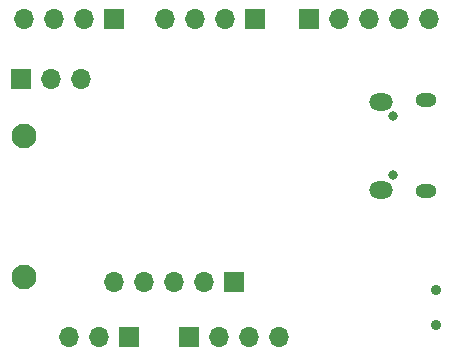
<source format=gbr>
%TF.GenerationSoftware,KiCad,Pcbnew,7.0.1-0*%
%TF.CreationDate,2023-10-24T00:04:38+02:00*%
%TF.ProjectId,SMT-32,534d542d-3332-42e6-9b69-6361645f7063,rev?*%
%TF.SameCoordinates,Original*%
%TF.FileFunction,Soldermask,Bot*%
%TF.FilePolarity,Negative*%
%FSLAX46Y46*%
G04 Gerber Fmt 4.6, Leading zero omitted, Abs format (unit mm)*
G04 Created by KiCad (PCBNEW 7.0.1-0) date 2023-10-24 00:04:38*
%MOMM*%
%LPD*%
G01*
G04 APERTURE LIST*
%ADD10O,1.700000X1.700000*%
%ADD11R,1.700000X1.700000*%
%ADD12C,0.900000*%
%ADD13C,2.100000*%
%ADD14O,0.800000X0.800000*%
%ADD15O,1.800000X1.150000*%
%ADD16O,2.000000X1.450000*%
G04 APERTURE END LIST*
D10*
%TO.C,J8*%
X85852000Y-31242000D03*
X83312000Y-31242000D03*
D11*
X80772000Y-31242000D03*
%TD*%
%TO.C,J5*%
X89916000Y-53086000D03*
D10*
X87376000Y-53086000D03*
X84836000Y-53086000D03*
%TD*%
D11*
%TO.C,J7*%
X105180000Y-26100000D03*
D10*
X107720000Y-26100000D03*
X110260000Y-26100000D03*
X112800000Y-26100000D03*
X115340000Y-26100000D03*
%TD*%
D11*
%TO.C,J6*%
X98820000Y-48400000D03*
D10*
X96280000Y-48400000D03*
X93740000Y-48400000D03*
X91200000Y-48400000D03*
X88660000Y-48400000D03*
%TD*%
D11*
%TO.C,J3*%
X88670000Y-26100000D03*
D10*
X86130000Y-26100000D03*
X83590000Y-26100000D03*
X81050000Y-26100000D03*
%TD*%
D11*
%TO.C,J4*%
X94996000Y-53086000D03*
D10*
X97536000Y-53086000D03*
X100076000Y-53086000D03*
X102616000Y-53086000D03*
%TD*%
D12*
%TO.C,SW1*%
X115950000Y-49050000D03*
X115950000Y-52050000D03*
%TD*%
D13*
%TO.C,H1*%
X81026000Y-36068000D03*
%TD*%
D14*
%TO.C,J1*%
X112300000Y-39350000D03*
X112300000Y-34350000D03*
D15*
X115050000Y-40725000D03*
D16*
X111250000Y-40575000D03*
X111250000Y-33125000D03*
D15*
X115050000Y-32975000D03*
%TD*%
D11*
%TO.C,J2*%
X100562000Y-26100000D03*
D10*
X98022000Y-26100000D03*
X95482000Y-26100000D03*
X92942000Y-26100000D03*
%TD*%
D13*
%TO.C,H2*%
X81026000Y-48006000D03*
%TD*%
M02*

</source>
